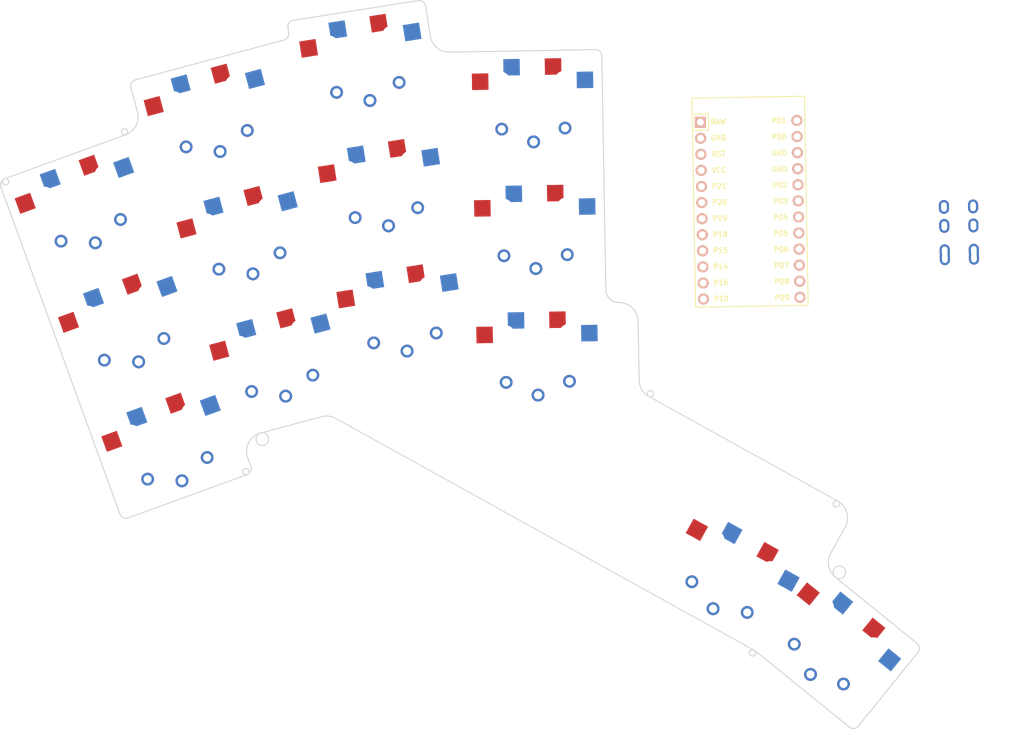
<source format=kicad_pcb>
(kicad_pcb (version 20221018) (generator pcbnew)
  (title_block (title "architeuthis_dux") (rev "v1.0.0") (company "Unknown"))
  (layers (0 "F.Cu" signal) (31 "B.Cu" signal) (34 "B.Paste" user) (35 "F.Paste" user) (36 "B.SilkS" user "B.Silkscreen") (37 "F.SilkS" user "F.Silkscreen") (38 "B.Mask" user) (39 "F.Mask" user) (44 "Edge.Cuts" user))
  (net 0 "")
  (net 1 "=column_net")
  (net 2 "GND")
  (net 3 "RAW")
  (net 4 "RST")
  (net 5 "VCC")
  (net 6 "P21")
  (net 7 "P20")
  (net 8 "P19")
  (net 9 "P18")
  (net 10 "P15")
  (net 11 "P14")
  (net 12 "P16")
  (net 13 "P10")
  (net 14 "P1")
  (net 15 "P0")
  (net 16 "P2")
  (net 17 "P3")
  (net 18 "P4")
  (net 19 "P5")
  (net 20 "P6")
  (net 21 "P7")
  (net 22 "P8")
  (net 23 "P9")
  (footprint "PG1350" (layer "F.Cu") (at 113.435066 62.9354 -179)
    (fp_text reference "S25" hide)
    (fp_text value "" hide)
    (pad "" np_thru_hole circle (at -5.5 0) (size 1.7018 1.7018) (drill 1.7018) (layers "*.Cu" "*.Mask"))
    (pad "" np_thru_hole circle (at 0 0) (size 3.429 3.429) (drill 3.429) (layers "*.Cu" "*.Mask"))
    (pad "" np_thru_hole circle (at 5.5 0) (size 1.7018 1.7018) (drill 1.7018) (layers "*.Cu" "*.Mask"))
    (pad "1" thru_hole circle (at -5 -3.8) (size 2.032 2.032) (drill 1.27) (layers "*.Cu" "*.Mask") (net 1 "=column_net"))
    (pad "1" thru_hole circle (at 5 -3.8) (size 2.032 2.032) (drill 1.27) (layers "*.Cu" "*.Mask") (net 1 "=column_net"))
    (pad "2" thru_hole circle (at 0 -5.9) (size 2.032 2.032) (drill 1.27) (layers "*.Cu" "*.Mask") (net 2 "GND"))
    (pad "2" thru_hole circle (at 0 -5.9) (size 2.032 2.032) (drill 1.27) (layers "*.Cu" "*.Mask") (net 2 "GND"))
  )
  (footprint "PG1350" (layer "F.Cu") (at 92.276222 76.046713 -171)
    (fp_text reference "S21" hide)
    (fp_text value "" hide)
    (pad "" np_thru_hole circle (at -5.5 0) (size 1.7018 1.7018) (drill 1.7018) (layers "*.Cu" "*.Mask"))
    (pad "" np_thru_hole circle (at 0 0) (size 3.429 3.429) (drill 3.429) (layers "*.Cu" "*.Mask"))
    (pad "" np_thru_hole circle (at 5.5 0) (size 1.7018 1.7018) (drill 1.7018) (layers "*.Cu" "*.Mask"))
    (pad "1" thru_hole circle (at -5 -3.8) (size 2.032 2.032) (drill 1.27) (layers "*.Cu" "*.Mask") (net 1 "=column_net"))
    (pad "1" thru_hole circle (at 5 -3.8) (size 2.032 2.032) (drill 1.27) (layers "*.Cu" "*.Mask") (net 1 "=column_net"))
    (pad "2" thru_hole circle (at 0 -5.9) (size 2.032 2.032) (drill 1.27) (layers "*.Cu" "*.Mask") (net 2 "GND"))
    (pad "2" thru_hole circle (at 0 -5.9) (size 2.032 2.032) (drill 1.27) (layers "*.Cu" "*.Mask") (net 2 "GND"))
  )
  (footprint "PG1350" (layer "F.Cu") (at 89.345071 56.261659 -171)
    (fp_text reference "S22" hide)
    (fp_text value "" hide)
    (pad "" np_thru_hole circle (at -5.5 0) (size 1.7018 1.7018) (drill 1.7018) (layers "*.Cu" "*.Mask"))
    (pad "" np_thru_hole circle (at 0 0) (size 3.429 3.429) (drill 3.429) (layers "*.Cu" "*.Mask"))
    (pad "" np_thru_hole circle (at 5.5 0) (size 1.7018 1.7018) (drill 1.7018) (layers "*.Cu" "*.Mask"))
    (pad "1" thru_hole circle (at -5 -3.8) (size 2.032 2.032) (drill 1.27) (layers "*.Cu" "*.Mask") (net 1 "=column_net"))
    (pad "1" thru_hole circle (at 5 -3.8) (size 2.032 2.032) (drill 1.27) (layers "*.Cu" "*.Mask") (net 1 "=column_net"))
    (pad "2" thru_hole circle (at 0 -5.9) (size 2.032 2.032) (drill 1.27) (layers "*.Cu" "*.Mask") (net 2 "GND"))
    (pad "2" thru_hole circle (at 0 -5.9) (size 2.032 2.032) (drill 1.27) (layers "*.Cu" "*.Mask") (net 2 "GND"))
  )
  (footprint "PG1350" (layer "F.Cu") (at 41.947951 59.231867 20)
    (fp_text reference "S3" hide)
    (fp_text value "" hide)
    (pad "" np_thru_hole circle (at -5.5 0) (size 1.7018 1.7018) (drill 1.7018) (layers "*.Cu" "*.Mask"))
    (pad "" np_thru_hole circle (at -5 -3.75) (size 3 3) (drill 3) (layers "*.Cu" "*.Mask"))
    (pad "" np_thru_hole circle (at 0 -5.95) (size 3 3) (drill 3) (layers "*.Cu" "*.Mask"))
    (pad "" np_thru_hole circle (at 0 -5.95) (size 3 3) (drill 3) (layers "*.Cu" "*.Mask"))
    (pad "" np_thru_hole circle (at 0 0) (size 3.429 3.429) (drill 3.429) (layers "*.Cu" "*.Mask"))
    (pad "" np_thru_hole circle (at 5 -3.75) (size 3 3) (drill 3) (layers "*.Cu" "*.Mask"))
    (pad "" np_thru_hole circle (at 5.5 0) (size 1.7018 1.7018) (drill 1.7018) (layers "*.Cu" "*.Mask"))
    (pad "1" smd rect (at -3.275 -5.95 20) (size 2.6 2.6) (layers "B.Cu" "B.Paste" "B.Mask") (net 1 "=column_net"))
    (pad "1" smd rect (at 3.275 -5.95 20) (size 2.6 2.6) (layers "F.Cu" "F.Paste" "F.Mask") (net 1 "=column_net"))
    (pad "2" smd rect (at -8.275 -3.75 20) (size 2.6 2.6) (layers "F.Cu" "F.Paste" "F.Mask") (net 2 "GND"))
    (pad "2" smd rect (at 8.275 -3.75 20) (size 2.6 2.6) (layers "B.Cu" "B.Paste" "B.Mask") (net 2 "GND"))
  )
  (footprint "PG1350" (layer "F.Cu") (at 72.503194 83.297376 15)
    (fp_text reference "S4" hide)
    (fp_text value "" hide)
    (pad "" np_thru_hole circle (at -5.5 0) (size 1.7018 1.7018) (drill 1.7018) (layers "*.Cu" "*.Mask"))
    (pad "" np_thru_hole circle (at -5 -3.75) (size 3 3) (drill 3) (layers "*.Cu" "*.Mask"))
    (pad "" np_thru_hole circle (at 0 -5.95) (size 3 3) (drill 3) (layers "*.Cu" "*.Mask"))
    (pad "" np_thru_hole circle (at 0 -5.95) (size 3 3) (drill 3) (layers "*.Cu" "*.Mask"))
    (pad "" np_thru_hole circle (at 0 0) (size 3.429 3.429) (drill 3.429) (layers "*.Cu" "*.Mask"))
    (pad "" np_thru_hole circle (at 5 -3.75) (size 3 3) (drill 3) (layers "*.Cu" "*.Mask"))
    (pad "" np_thru_hole circle (at 5.5 0) (size 1.7018 1.7018) (drill 1.7018) (layers "*.Cu" "*.Mask"))
    (pad "1" smd rect (at -3.275 -5.95 15) (size 2.6 2.6) (layers "B.Cu" "B.Paste" "B.Mask") (net 1 "=column_net"))
    (pad "1" smd rect (at 3.275 -5.95 15) (size 2.6 2.6) (layers "F.Cu" "F.Paste" "F.Mask") (net 1 "=column_net"))
    (pad "2" smd rect (at -8.275 -3.75 15) (size 2.6 2.6) (layers "F.Cu" "F.Paste" "F.Mask") (net 2 "GND"))
    (pad "2" smd rect (at 8.275 -3.75 15) (size 2.6 2.6) (layers "B.Cu" "B.Paste" "B.Mask") (net 2 "GND"))
  )
  (footprint "PG1350" (layer "F.Cu") (at 62.150432 44.660343 15)
    (fp_text reference "S6" hide)
    (fp_text value "" hide)
    (pad "" np_thru_hole circle (at -5.5 0) (size 1.7018 1.7018) (drill 1.7018) (layers "*.Cu" "*.Mask"))
    (pad "" np_thru_hole circle (at -5 -3.75) (size 3 3) (drill 3) (layers "*.Cu" "*.Mask"))
    (pad "" np_thru_hole circle (at 0 -5.95) (size 3 3) (drill 3) (layers "*.Cu" "*.Mask"))
    (pad "" np_thru_hole circle (at 0 -5.95) (size 3 3) (drill 3) (layers "*.Cu" "*.Mask"))
    (pad "" np_thru_hole circle (at 0 0) (size 3.429 3.429) (drill 3.429) (layers "*.Cu" "*.Mask"))
    (pad "" np_thru_hole circle (at 5 -3.75) (size 3 3) (drill 3) (layers "*.Cu" "*.Mask"))
    (pad "" np_thru_hole circle (at 5.5 0) (size 1.7018 1.7018) (drill 1.7018) (layers "*.Cu" "*.Mask"))
    (pad "1" smd rect (at -3.275 -5.95 15) (size 2.6 2.6) (layers "B.Cu" "B.Paste" "B.Mask") (net 1 "=column_net"))
    (pad "1" smd rect (at 3.275 -5.95 15) (size 2.6 2.6) (layers "F.Cu" "F.Paste" "F.Mask") (net 1 "=column_net"))
    (pad "2" smd rect (at -8.275 -3.75 15) (size 2.6 2.6) (layers "F.Cu" "F.Paste" "F.Mask") (net 2 "GND"))
    (pad "2" smd rect (at 8.275 -3.75 15) (size 2.6 2.6) (layers "B.Cu" "B.Paste" "B.Mask") (net 2 "GND"))
  )
  (footprint "PG1350" (layer "F.Cu") (at 48.788354 78.025719 -160)
    (fp_text reference "S16" hide)
    (fp_text value "" hide)
    (pad "" np_thru_hole circle (at -5.5 0) (size 1.7018 1.7018) (drill 1.7018) (layers "*.Cu" "*.Mask"))
    (pad "" np_thru_hole circle (at 0 0) (size 3.429 3.429) (drill 3.429) (layers "*.Cu" "*.Mask"))
    (pad "" np_thru_hole circle (at 5.5 0) (size 1.7018 1.7018) (drill 1.7018) (layers "*.Cu" "*.Mask"))
    (pad "1" thru_hole circle (at -5 -3.8) (size 2.032 2.032) (drill 1.27) (layers "*.Cu" "*.Mask") (net 1 "=column_net"))
    (pad "1" thru_hole circle (at 5 -3.8) (size 2.032 2.032) (drill 1.27) (layers "*.Cu" "*.Mask") (net 1 "=column_net"))
    (pad "2" thru_hole circle (at 0 -5.9) (size 2.032 2.032) (drill 1.27) (layers "*.Cu" "*.Mask") (net 2 "GND"))
    (pad "2" thru_hole circle (at 0 -5.9) (size 2.032 2.032) (drill 1.27) (layers "*.Cu" "*.Mask") (net 2 "GND"))
  )
  (footprint "PG1350" (layer "F.Cu") (at 86.413919 36.476605 -171)
    (fp_text reference "S23" hide)
    (fp_text value "" hide)
    (pad "" np_thru_hole circle (at -5.5 0) (size 1.7018 1.7018) (drill 1.7018) (layers "*.Cu" "*.Mask"))
    (pad "" np_thru_hole circle (at 0 0) (size 3.429 3.429) (drill 3.429) (layers "*.Cu" "*.Mask"))
    (pad "" np_thru_hole circle (at 5.5 0) (size 1.7018 1.7018) (drill 1.7018) (layers "*.Cu" "*.Mask"))
    (pad "1" thru_hole circle (at -5 -3.8) (size 2.032 2.032) (drill 1.27) (layers "*.Cu" "*.Mask") (net 1 "=column_net"))
    (pad "1" thru_hole circle (at 5 -3.8) (size 2.032 2.032) (drill 1.27) (layers "*.Cu" "*.Mask") (net 1 "=column_net"))
    (pad "2" thru_hole circle (at 0 -5.9) (size 2.032 2.032) (drill 1.27) (layers "*.Cu" "*.Mask") (net 2 "GND"))
    (pad "2" thru_hole circle (at 0 -5.9) (size 2.032 2.032) (drill 1.27) (layers "*.Cu" "*.Mask") (net 2 "GND"))
  )
  (footprint "PG1350" (layer "F.Cu") (at 55.628757 96.819571 20)
    (fp_text reference "S1" hide)
    (fp_text value "" hide)
    (pad "" np_thru_hole circle (at -5.5 0) (size 1.7018 1.7018) (drill 1.7018) (layers "*.Cu" "*.Mask"))
    (pad "" np_thru_hole circle (at -5 -3.75) (size 3 3) (drill 3) (layers "*.Cu" "*.Mask"))
    (pad "" np_thru_hole circle (at 0 -5.95) (size 3 3) (drill 3) (layers "*.Cu" "*.Mask"))
    (pad "" np_thru_hole circle (at 0 -5.95) (size 3 3) (drill 3) (layers "*.Cu" "*.Mask"))
    (pad "" np_thru_hole circle (at 0 0) (size 3.429 3.429) (drill 3.429) (layers "*.Cu" "*.Mask"))
    (pad "" np_thru_hole circle (at 5 -3.75) (size 3 3) (drill 3) (layers "*.Cu" "*.Mask"))
    (pad "" np_thru_hole circle (at 5.5 0) (size 1.7018 1.7018) (drill 1.7018) (layers "*.Cu" "*.Mask"))
    (pad "1" smd rect (at -3.275 -5.95 20) (size 2.6 2.6) (layers "B.Cu" "B.Paste" "B.Mask") (net 1 "=column_net"))
    (pad "1" smd rect (at 3.275 -5.95 20) (size 2.6 2.6) (layers "F.Cu" "F.Paste" "F.Mask") (net 1 "=column_net"))
    (pad "2" smd rect (at -8.275 -3.75 20) (size 2.6 2.6) (layers "F.Cu" "F.Paste" "F.Mask") (net 2 "GND"))
    (pad "2" smd rect (at 8.275 -3.75 20) (size 2.6 2.6) (layers "B.Cu" "B.Paste" "B.Mask") (net 2 "GND"))
  )
  (footprint "PG1350" (layer "F.Cu") (at 62.150432 44.660343 -165)
    (fp_text reference "S20" hide)
    (fp_text value "" hide)
    (pad "" np_thru_hole circle (at -5.5 0) (size 1.7018 1.7018) (drill 1.7018) (layers "*.Cu" "*.Mask"))
    (pad "" np_thru_hole circle (at 0 0) (size 3.429 3.429) (drill 3.429) (layers "*.Cu" "*.Mask"))
    (pad "" np_thru_hole circle (at 5.5 0) (size 1.7018 1.7018) (drill 1.7018) (layers "*.Cu" "*.Mask"))
    (pad "1" thru_hole circle (at -5 -3.8) (size 2.032 2.032) (drill 1.27) (layers "*.Cu" "*.Mask") (net 1 "=column_net"))
    (pad "1" thru_hole circle (at 5 -3.8) (size 2.032 2.032) (drill 1.27) (layers "*.Cu" "*.Mask") (net 1 "=column_net"))
    (pad "2" thru_hole circle (at 0 -5.9) (size 2.032 2.032) (drill 1.27) (layers "*.Cu" "*.Mask") (net 2 "GND"))
    (pad "2" thru_hole circle (at 0 -5.9) (size 2.032 2.032) (drill 1.27) (layers "*.Cu" "*.Mask") (net 2 "GND"))
  )
  (footprint "PG1350" (layer "F.Cu") (at 67.326813 63.978859 15)
    (fp_text reference "S5" hide)
    (fp_text value "" hide)
    (pad "" np_thru_hole circle (at -5.5 0) (size 1.7018 1.7018) (drill 1.7018) (layers "*.Cu" "*.Mask"))
    (pad "" np_thru_hole circle (at -5 -3.75) (size 3 3) (drill 3) (layers "*.Cu" "*.Mask"))
    (pad "" np_thru_hole circle (at 0 -5.95) (size 3 3) (drill 3) (layers "*.Cu" "*.Mask"))
    (pad "" np_thru_hole circle (at 0 -5.95) (size 3 3) (drill 3) (layers "*.Cu" "*.Mask"))
    (pad "" np_thru_hole circle (at 0 0) (size 3.429 3.429) (drill 3.429) (layers "*.Cu" "*.Mask"))
    (pad "" np_thru_hole circle (at 5 -3.75) (size 3 3) (drill 3) (layers "*.Cu" "*.Mask"))
    (pad "" np_thru_hole circle (at 5.5 0) (size 1.7018 1.7018) (drill 1.7018) (layers "*.Cu" "*.Mask"))
    (pad "1" smd rect (at -3.275 -5.95 15) (size 2.6 2.6) (layers "B.Cu" "B.Paste" "B.Mask") (net 1 "=column_net"))
    (pad "1" smd rect (at 3.275 -5.95 15) (size 2.6 2.6) (layers "F.Cu" "F.Paste" "F.Mask") (net 1 "=column_net"))
    (pad "2" smd rect (at -8.275 -3.75 15) (size 2.6 2.6) (layers "F.Cu" "F.Paste" "F.Mask") (net 2 "GND"))
    (pad "2" smd rect (at 8.275 -3.75 15) (size 2.6 2.6) (layers "B.Cu" "B.Paste" "B.Mask") (net 2 "GND"))
  )
  (footprint "PG1350" (layer "F.Cu") (at 113.784114 82.932354 -179)
    (fp_text reference "S24" hide)
    (fp_text value "" hide)
    (pad "" np_thru_hole circle (at -5.5 0) (size 1.7018 1.7018) (drill 1.7018) (layers "*.Cu" "*.Mask"))
    (pad "" np_thru_hole circle (at 0 0) (size 3.429 3.429) (drill 3.429) (layers "*.Cu" "*.Mask"))
    (pad "" np_thru_hole circle (at 5.5 0) (size 1.7018 1.7018) (drill 1.7018) (layers "*.Cu" "*.Mask"))
    (pad "1" thru_hole circle (at -5 -3.8) (size 2.032 2.032) (drill 1.27) (layers "*.Cu" "*.Mask") (net 1 "=column_net"))
    (pad "1" thru_hole circle (at 5 -3.8) (size 2.032 2.032) (drill 1.27) (layers "*.Cu" "*.Mask") (net 1 "=column_net"))
    (pad "2" thru_hole circle (at 0 -5.9) (size 2.032 2.032) (drill 1.27) (layers "*.Cu" "*.Mask") (net 2 "GND"))
    (pad "2" thru_hole circle (at 0 -5.9) (size 2.032 2.032) (drill 1.27) (layers "*.Cu" "*.Mask") (net 2 "GND"))
  )
  (footprint "PG1350" (layer "F.Cu") (at 72.503194 83.297376 -165)
    (fp_text reference "S18" hide)
    (fp_text value "" hide)
    (pad "" np_thru_hole circle (at -5.5 0) (size 1.7018 1.7018) (drill 1.7018) (layers "*.Cu" "*.Mask"))
    (pad "" np_thru_hole circle (at 0 0) (size 3.429 3.429) (drill 3.429) (layers "*.Cu" "*.Mask"))
    (pad "" np_thru_hole circle (at 5.5 0) (size 1.7018 1.7018) (drill 1.7018) (layers "*.Cu" "*.Mask"))
    (pad "1" thru_hole circle (at -5 -3.8) (size 2.032 2.032) (drill 1.27) (layers "*.Cu" "*.Mask") (net 1 "=column_net"))
    (pad "1" thru_hole circle (at 5 -3.8) (size 2.032 2.032) (drill 1.27) (layers "*.Cu" "*.Mask") (net 1 "=column_net"))
    (pad "2" thru_hole circle (at 0 -5.9) (size 2.032 2.032) (drill 1.27) (layers "*.Cu" "*.Mask") (net 2 "GND"))
    (pad "2" thru_hole circle (at 0 -5.9) (size 2.032 2.032) (drill 1.27) (layers "*.Cu" "*.Mask") (net 2 "GND"))
  )
  (footprint "PG1350" (layer "F.Cu") (at 86.413919 36.476605 9)
    (fp_text reference "S9" hide)
    (fp_text value "" hide)
    (pad "" np_thru_hole circle (at -5.5 0) (size 1.7018 1.7018) (drill 1.7018) (layers "*.Cu" "*.Mask"))
    (pad "" np_thru_hole circle (at -5 -3.75) (size 3 3) (drill 3) (layers "*.Cu" "*.Mask"))
    (pad "" np_thru_hole circle (at 0 -5.95) (size 3 3) (drill 3) (layers "*.Cu" "*.Mask"))
    (pad "" np_thru_hole circle (at 0 -5.95) (size 3 3) (drill 3) (layers "*.Cu" "*.Mask"))
    (pad "" np_thru_hole circle (at 0 0) (size 3.429 3.429) (drill 3.429) (layers "*.Cu" "*.Mask"))
    (pad "" np_thru_hole circle (at 5 -3.75) (size 3 3) (drill 3) (layers "*.Cu" "*.Mask"))
    (pad "" np_thru_hole circle (at 5.5 0) (size 1.7018 1.7018) (drill 1.7018) (layers "*.Cu" "*.Mask"))
    (pad "1" smd rect (at -3.275 -5.95 9) (size 2.6 2.6) (layers "B.Cu" "B.Paste" "B.Mask") (net 1 "=column_net"))
    (pad "1" smd rect (at 3.275 -5.95 9) (size 2.6 2.6) (layers "F.Cu" "F.Paste" "F.Mask") (net 1 "=column_net"))
    (pad "2" smd rect (at -8.275 -3.75 9) (size 2.6 2.6) (layers "F.Cu" "F.Paste" "F.Mask") (net 2 "GND"))
    (pad "2" smd rect (at 8.275 -3.75 9) (size 2.6 2.6) (layers "B.Cu" "B.Paste" "B.Mask") (net 2 "GND"))
  )
  (footprint "ProMicro" (layer "F.Cu") (at 147.385333 59.556432 -89)
    (fp_text reference "MCU1" hide)
    (fp_text value "" hide)
    (fp_text user "RST" (at -8.89 4.8 1) (layer "F.SilkS") (effects (font (size 0.8 0.8))))
    (fp_text user "GND" (at -8.89 -4.8 1) (layer "F.SilkS") (effects (font (size 0.8 0.8))))
    (fp_text user "P02" (at -3.81 -4.8 1) (layer "F.SilkS") (effects (font (size 0.8 0.8))))
    (fp_text user "P18" (at 3.81 4.8 1) (layer "F.SilkS") (effects (font (size 0.8 0.8))))
    (fp_text user "P06" (at 6.35 -4.8 1) (layer "F.SilkS") (effects (font (size 0.8 0.8))))
    (fp_text user "P15" (at 6.35 4.8 1) (layer "F.SilkS") (effects (font (size 0.8 0.8))))
    (fp_text user "P01" (at -13.97 -4.8 1) (layer "F.SilkS") (effects (font (size 0.8 0.8))))
    (fp_text user "P19" (at 1.27 4.8 1) (layer "F.SilkS") (effects (font (size 0.8 0.8))))
    (fp_text user "P21" (at -3.81 4.8 1) (layer "F.SilkS") (effects (font (size 0.8 0.8))))
    (fp_text user "P16" (at 11.43 4.8 1) (layer "F.SilkS") (effects (font (size 0.8 0.8))))
    (fp_text user "GND" (at -11.43 4.8 1) (layer "F.SilkS") (effects (font (size 0.8 0.8))))
    (fp_text user "P05" (at 3.81 -4.8 1) (layer "F.SilkS") (effects (font (size 0.8 0.8))))
    (fp_text user "P03" (at -1.27 -4.8 1) (layer "F.SilkS") (effects (font (size 0.8 0.8))))
    (fp_text user "P04" (at 1.27 -4.8 1) (layer "F.SilkS") (effects (font (size 0.8 0.8))))
    (fp_text user "P00" (at -11.43 -4.8 1) (layer "F.SilkS") (effects (font (size 0.8 0.8))))
    (fp_text user "RAW" (at -13.97 4.8 1) (layer "F.SilkS") (effects (font (size 0.8 0.8))))
    (fp_text user "P09" (at 13.97 -4.8 1) (layer "F.SilkS") (effects (font (size 0.8 0.8))))
    (fp_text user "P10" (at 13.97 4.8 1) (layer "F.SilkS") (effects (font (size 0.8 0.8))))
    (fp_text user "P14" (at 8.89 4.8 1) (layer "F.SilkS") (effects (font (size 0.8 0.8))))
    (fp_text user "P07" (at 8.89 -4.8 1) (layer "F.SilkS") (effects (font (size 0.8 0.8))))
    (fp_text user "GND" (at -6.35 -4.8 1) (layer "F.SilkS") (effects (font (size 0.8 0.8))))
    (fp_text user "VCC" (at -6.35 4.8 1) (layer "F.SilkS") (effects (font (size 0.8 0.8))))
    (fp_text user "P08" (at 11.43 -4.8 1) (layer "F.SilkS") (effects (font (size 0.8 0.8))))
    (fp_text user "P20" (at -1.27 4.8 1) (layer "F.SilkS") (effects (font (size 0.8 0.8))))
    (fp_line (start -17.78 -8.89) (end -17.78 8.89) (stroke (width 0.15)) (layer "F.SilkS"))
    (fp_line (start -17.78 8.89) (end 15.24 8.89) (stroke (width 0.15)) (layer "F.SilkS"))
    (fp_line (start -15.24 6.35) (end -15.24 8.89) (stroke (width 0.15)) (layer "F.SilkS"))
    (fp_line (start -15.24 6.35) (end -12.7 6.35) (stroke (width 0.15)) (layer "F.SilkS"))
    (fp_line (start -12.7 6.35) (end -12.7 8.89) (stroke (width 0.15)) (layer "F.SilkS"))
    (fp_line (start 15.24 -8.89) (end -17.78 -8.89) (stroke (width 0.15)) (layer "F.SilkS"))
    (fp_line (start 15.24 8.89) (end 15.24 -8.89) (stroke (width 0.15)) (layer "F.SilkS"))
    (pad "1" thru_hole rect (at -13.97 7.62 271) (size 1.7526 1.7526) (drill 1.0922) (layers "*.Cu" "*.SilkS" "*.Mask") (net 3 "RAW"))
    (pad "2" thru_hole circle (at -11.43 7.62) (size 1.7526 1.7526) (drill 1.0922) (layers "*.Cu" "*.SilkS" "*.Mask") (net 2 "GND"))
    (pad "3" thru_hole circle (at -8.89 7.62) (size 1.7526 1.7526) (drill 1.0922) (layers "*.Cu" "*.SilkS" "*.Mask") (net 4 "RST"))
    (pad "4" thru_hole circle (at -6.35 7.62) (size 1.7526 1.7526) (drill 1.0922) (layers "*.Cu" "*.SilkS" "*.Mask") (net 5 "VCC"))
    (pad "5" thru_hole circle (at -3.81 7.62) (size 1.7526 1.7526) (drill 1.0922) (layers "*.Cu" "*.SilkS" "*.Mask") (net 6 "P21"))
    (pad "6" thru_hole circle (at -1.27 7.62) (size 1.7526 1.7526) (drill 1.0922) (layers "*.Cu" "*.SilkS" "*.Mask") (net 7 "P20"))
    (pad "7" thru_hole circle (at 1.27 7.62) (size 1.7526 1.7526) (drill 1.0922) (layers "*.Cu" "*.SilkS" "*.Mask") (net 8 "P19"))
    (pad "8" thru_hole circle (at 3.81 7.62) (size 1.7526 1.7526) (drill 1.0922) (layers "*.Cu" "*.SilkS" "*.Mask") (net 9 "P18"))
    (pad "9" thru_hole circle (at 6.35 7.62) (size 1.7526 1.7526) (drill 1.0922) (layers "*.Cu" "*.SilkS" "*.Mask") (net 10 "P15"))
    (pad "10" thru_hole circle (at 8.89 7.62) (size 1.7526 1.7526) (drill 1.0922) (layers "*.Cu" "*.SilkS" "*.Mask") (net 11 "P14"))
    (pad "11" thru_hole circle (at 11.43 7.62) (size 1.7526 1.7526) (drill 1.0922) (layers "*.Cu" "*.SilkS" "*.Mask") (net 12 "P16"))
    (pad "12" thru_hole circle (at 13.97 7.62) (size 1.7526 1.7526) (drill 1.0922) (layers "*.Cu" "*.SilkS" "*.Mask") (net 13 "P10"))
    (pad "13" thru_hole circle (at -13.97 -7.62) (size 1.7526 1.7526) (drill 1.0922) (layers "*.Cu" "*.SilkS" "*.Mask") (net 14 "P1"))
    (pad "14" thru_hole circle (at -11.43 -7.62) (size 1.7526 1.7526) (drill 1.0922) (layers "*.Cu" "*.SilkS" "*.Mask") (net 15 "P0"))
    (pad "15" thru_hole circle (at -8.89 -7.62) (size 1.7526 1.7526) (drill 1.0922) (layers "*.Cu" "*.SilkS" "*.Mask") (net 2 "GND"))
    (pad "16" thru_hole circle (at -6.35 -7.62) (size 1.7526 1.7526) (drill 1.0922) (layers "*.Cu" "*.SilkS" "*.Mask") (net 2 "GND"))
    (pad "17" thru_hole circle (at -3.81 -7.62) (size 1.7526 1.7526) (drill 1.0922) (layers "*.Cu" "*.SilkS" "*.Mask") (net 16 "P2"))
    (pad "18" thru_hole circle (at -1.27 -7.62) (size 1.7526 1.7526) (drill 1.0922) (layers "*.Cu" "*.SilkS" "*.Mask") (net 17 "P3"))
    (pad "19" thru_hole circle (at 1.27 -7.62) (size 1.7526 1.7526) (drill 1.0922) (layers "*.Cu" "*.SilkS" "*.Mask") (net 18 "P4"))
    (pad "20" thru_hole circle (at 3.81 -7.62) (size 1.7526 1.7526) (drill 1.0922) (layers "*.Cu" "*.SilkS" "*.Mask") (net 19 "P5"))
    (pad "21" thru_hole circle (at 6.35 -7.62) (size 1.7526 1.7526) (drill 1.0922) (layers "*.Cu" "*.SilkS" "*.Mask") (net 20 "P6"))
    (pad "22" thru_hole circle (at 8.89 -7.62) (size 1.7526 1.7526) (drill 1.0922) (layers "*.Cu" "*.SilkS" "*.Mask") (net 21 "P7"))
    (pad "23" thru_hole circle (at 11.43 -7.62) (size 1.7526 1.7526) (drill 1.0922) (layers "*.Cu" "*.SilkS" "*.Mask") (net 22 "P8"))
    (pad "24" thru_hole circle (at 13.97 -7.62) (size 1.7526 1.7526) (drill 1.0922) (layers "*.Cu" "*.SilkS" "*.Mask") (net 23 "P9"))
  )
  (footprint "PG1350" (layer "F.Cu") (at 113.086018 42.938446 1)
    (fp_text reference "S12" hide)
    (fp_text value "" hide)
    (pad "" np_thru_hole circle (at -5.5 0) (size 1.7018 1.7018) (drill 1.7018) (layers "*.Cu" "*.Mask"))
    (pad "" np_thru_hole circle (at -5 -3.75) (size 3 3) (drill 3) (layers "*.Cu" "*.Mask"))
    (pad "" np_thru_hole circle (at 0 -5.95) (size 3 3) (drill 3) (layers "*.Cu" "*.Mask"))
    (pad "" np_thru_hole circle (at 0 -5.95) (size 3 3) (drill 3) (layers "*.Cu" "*.Mask"))
    (pad "" np_thru_hole circle (at 0 0) (size 3.429 3.429) (drill 3.429) (layers "*.Cu" "*.Mask"))
    (pad "" np_thru_hole circle (at 5 -3.75) (size 3 3) (drill 3) (layers "*.Cu" "*.Mask"))
    (pad "" np_thru_hole circle (at 5.5 0) (size 1.7018 1.7018) (drill 1.7018) (layers "*.Cu" "*.Mask"))
    (pad "1" smd rect (at -3.275 -5.95 1) (size 2.6 2.6) (layers "B.Cu" "B.Paste" "B.Mask") (net 1 "=column_net"))
    (pad "1" smd rect (at 3.275 -5.95 1) (size 2.6 2.6) (layers "F.Cu" "F.Paste" "F.Mask") (net 1 "=column_net"))
    (pad "2" smd rect (at -8.275 -3.75 1) (size 2.6 2.6) (layers "F.Cu" "F.Paste" "F.Mask") (net 2 "GND"))
    (pad "2" smd rect (at 8.275 -3.75 1) (size 2.6 2.6) (layers "B.Cu" "B.Paste" "B.Mask") (net 2 "GND"))
  )
  (footprint "PG1350" (layer "F.Cu") (at 144.390379 117.403451 151)
    (fp_text reference "S27" hide)
    (fp_text value "" hide)
    (pad "" np_thru_hole circle (at -5.5 0) (size 1.7018 1.7018) (drill 1.7018) (layers "*.Cu" "*.Mask"))
    (pad "" np_thru_hole circle (at 0 0) (size 3.429 3.429) (drill 3.429) (layers "*.Cu" "*.Mask"))
    (pad "" np_thru_hole circle (at 5.5 0) (size 1.7018 1.7018) (drill 1.7018) (layers "*.Cu" "*.Mask"))
    (pad "1" thru_hole circle (at -5 -3.8) (size 2.032 2.032) (drill 1.27) (layers "*.Cu" "*.Mask") (net 1 "=column_net"))
    (pad "1" thru_hole circle (at 5 -3.8) (size 2.032 2.032) (drill 1.27) (layers "*.Cu" "*.Mask") (net 1 "=column_net"))
    (pad "2" thru_hole circle (at 0 -5.9) (size 2.032 2.032) (drill 1.27) (layers "*.Cu" "*.Mask") (net 2 "GND"))
    (pad "2" thru_hole circle (at 0 -5.9) (size 2.032 2.032) (drill 1.27) (layers "*.Cu" "*.Mask") (net 2 "GND"))
  )
  (footprint "PG1350" (layer "F.Cu") (at 92.276222 76.046713 9)
    (fp_text reference "S7" hide)
    (fp_text value "" hide)
    (pad "" np_thru_hole circle (at -5.5 0) (size 1.7018 1.7018) (drill 1.7018) (layers "*.Cu" "*.Mask"))
    (pad "" np_thru_hole circle (at -5 -3.75) (size 3 3) (drill 3) (layers "*.Cu" "*.Mask"))
    (pad "" np_thru_hole circle (at 0 -5.95) (size 3 3) (drill 3) (layers "*.Cu" "*.Mask"))
    (pad "" np_thru_hole circle (at 0 -5.95) (size 3 3) (drill 3) (layers "*.Cu" "*.Mask"))
    (pad "" np_thru_hole circle (at 0 0) (size 3.429 3.429) (drill 3.429) (layers "*.Cu" "*.Mask"))
    (pad "" np_thru_hole circle (at 5 -3.75) (size 3 3) (drill 3) (layers "*.Cu" "*.Mask"))
    (pad "" np_thru_hole circle (at 5.5 0) (size 1.7018 1.7018) (drill 1.7018) (layers "*.Cu" "*.Mask"))
    (pad "1" smd rect (at -3.275 -5.95 9) (size 2.6 2.6) (layers "B.Cu" "B.Paste" "B.Mask") (net 1 "=column_net"))
    (pad "1" smd rect (at 3.275 -5.95 9) (size 2.6 2.6) (layers "F.Cu" "F.Paste" "F.Mask") (net 1 "=column_net"))
    (pad "2" smd rect (at -8.275 -3.75 9) (size 2.6 2.6) (layers "F.Cu" "F.Paste" "F.Mask") (net 2 "GND"))
    (pad "2" smd rect (at 8.275 -3.75 9) (size 2.6 2.6) (layers "B.Cu" "B.Paste" "B.Mask") (net 2 "GND"))
  )
  (footprint "PG1350" (layer "F.Cu") (at 113.784114 82.932354 1)
    (fp_text reference "S10" hide)
    (fp_text value "" hide)
    (pad "" np_thru_hole circle (at -5.5 0) (size 1.7018 1.7018) (drill 1.7018) (layers "*.Cu" "*.Mask"))
    (pad "" np_thru_hole circle (at -5 -3.75) (size 3 3) (drill 3) (layers "*.Cu" "*.Mask"))
    (pad "" np_thru_hole circle (at 0 -5.95) (size 3 3) (drill 3) (layers "*.Cu" "*.Mask"))
    (pad "" np_thru_hole circle (at 0 -5.95) (size 3 3) (drill 3) (layers "*.Cu" "*.Mask"))
    (pad "" np_thru_hole circle (at 0 0) (size 3.429 3.429) (drill 3.429) (layers "*.Cu" "*.Mask"))
    (pad "" np_thru_hole circle (at 5 -3.75) (size 3 3) (drill 3) (layers "*.Cu" "*.Mask"))
    (pad "" np_thru_hole circle (at 5.5 0) (size 1.7018 1.7018) (drill 1.7018) (layers "*.Cu" "*.Mask"))
    (pad "1" smd rect (at -3.275 -5.95 1) (size 2.6 2.6) (layers "B.Cu" "B.Paste" "B.Mask") (net 1 "=column_net"))
    (pad "1" smd rect (at 3.275 -5.95 1) (size 2.6 2.6) (layers "F.Cu" "F.Paste" "F.Mask") (net 1 "=column_net"))
    (pad "2" smd rect (at -8.275 -3.75 1) (size 2.6 2.6) (layers "F.Cu" "F.Paste" "F.Mask") (net 2 "GND"))
    (pad "2" smd rect (at 8.275 -3.75 1) (size 2.6 2.6) (layers "B.Cu" "B.Paste" "B.Mask") (net 2 "GND"))
  )
  (footprint "PG1350" (layer "F.Cu") (at 113.086018 42.938446 -179)
    (fp_text reference "S26" hide)
    (fp_text value "" hide)
    (pad "" np_thru_hole circle (at -5.5 0) (size 1.7018 1.7018) (drill 1.7018) (layers "*.Cu" "*.Mask"))
    (pad "" np_thru_hole circle (at 0 0) (size 3.429 3.429) (drill 3.429) (layers "*.Cu" "*.Mask"))
    (pad "" np_thru_hole circle (at 5.5 0) (size 1.7018 1.7018) (drill 1.7018) (layers "*.Cu" "*.Mask"))
    (pad "1" thru_hole circle (at -5 -3.8) (size 2.032 2.032) (drill 1.27) (layers "*.Cu" "*.Mask") (net 1 "=column_net"))
    (pad "1" thru_hole circle (at 5 -3.8) (size 2.032 2.032) (drill 1.27) (layers "*.Cu" "*.Mask") (net 1 "=column_net"))
    (pad "2" thru_hole circle (at 0 -5.9) (size 2.032 2.032) (drill 1.27) (layers "*.Cu" "*.Mask") (net 2 "GND"))
    (pad "2" thru_hole circle (at 0 -5.9) (size 2.032 2.032) (drill 1.27) (layers "*.Cu" "*.Mask") (net 2 "GND"))
  )
  (footprint "PG1350" (layer "F.Cu") (at 89.345071 56.261659 9)
    (fp_text reference "S8" hide)
    (fp_text value "" hide)
    (pad "" np_thru_hole circle (at -5.5 0) (size 1.7018 1.7018) (drill 1.7018) (layers "*.Cu" "*.Mask"))
    (pad "" np_thru_hole circle (at -5 -3.75) (size 3 3) (drill 3) (layers "*.Cu" "*.Mask"))
    (pad "" np_thru_hole circle (at 0 -5.95) (size 3 3) (drill 3) (layers "*.Cu" "*.Mask"))
    (pad "" np_thru_hole circle (at 0 -5.95) (size 3 3) (drill 3) (layers "*.Cu" "*.Mask"))
    (pad "" np_thru_hole circle (at 0 0) (size 3.429 3.429) (drill 3.429) (layers "*.Cu" "*.Mask"))
    (pad "" np_thru_hole circle (at 5 -3.75) (size 3 3) (drill 3) (layers "*.Cu" "*.Mask"))
    (pad "" np_thru_hole circle (at 5.5 0) (size 1.7018 1.7018) (drill 1.7018) (layers "*.Cu" "*.Mask"))
    (pad "1" smd rect (at -3.275 -5.95 9) (size 2.6 2.6) (layers "B.Cu" "B.Paste" "B.Mask") (net 1 "=column_net"))
    (pad "1" smd rect (at 3.275 -5.95 9) (size 2.6 2.6) (layers "F.Cu" "F.Paste" "F.Mask") (net 1 "=column_net"))
    (pad "2" smd rect (at -8.275 -3.75 9) (size 2.6 2.6) (layers "F.Cu" "F.Paste" "F.Mask") (net 2 "GND"))
    (pad "2" smd rect (at 8.275 -3.75 9) (size 2.6 2.6) (layers "B.Cu" "B.Paste" "B.Mask") (net 2 "GND"))
  )
  (footprint "PG1350" (layer "F.Cu") (at 67.326813 63.978859 -165)
    (fp_text reference "S19" hide)
    (fp_text value "" hide)
    (pad "" np_thru_hole circle (at -5.5 0) (size 1.7018 1.7018) (drill 1.7018) (layers "*.Cu" "*.Mask"))
    (pad "" np_thru_hole circle (at 0 0) (size 3.429 3.429) (drill 3.429) (layers "*.Cu" "*.Mask"))
    (pad "" np_thru_hole circle (at 5.5 0) (size 1.7018 1.7018) (drill 1.7018) (layers "*.Cu" "*.Mask"))
    (pad "1" thru_hole circle (at -5 -3.8) (size 2.032 2.032) (drill 1.27) (layers "*.Cu" "*.Mask") (net 1 "=column_net"))
    (pad "1" thru_hole circle (at 5 -3.8) (size 2.032 2.032) (drill 1.27) (layers "*.Cu" "*.Mask") (net 1 "=column_net"))
    (pad "2" thru_hole circle (at 0 -5.9) (size 2.032 2.032) (drill 1.27) (layers "*.Cu" "*.Mask") (net 2 "GND"))
    (pad "2" thru_hole circle (at 0 -5.9) (size 2.032 2.032) (drill 1.27) (layers "*.Cu" "*.Mask") (net 2 "GND"))
  )
  (footprint "PG1350" (layer "F.Cu") (at 160.629123 128.356621 141)
    (fp_text reference "S28" hide)
    (fp_text value "" hide)
    (pad "" np_thru_hole circle (at -5.5 0) (size 1.7018 1.7018) (drill 1.7018) (layers "*.Cu" "*.Mask"))
    (pad "" np_thru_hole circle (at 0 0) (size 3.429 3.429) (drill 3.429) (layers "*.Cu" "*.Mask"))
    (pad "" np_thru_hole circle (at 5.5 0) (size 1.7018 1.7018) (drill 1.7018) (layers "*.Cu" "*.Mask"))
    (pad "1" thru_hole circle (at -5 -3.8) (size 2.032 2.032) (drill 1.27) (layers "*.Cu" "*.Mask") (net 1 "=column_net"))
    (pad "1" thru_hole circle (at 5 -3.8) (size 2.032 2.032) (drill 1.27) (layers "*.Cu" "*.Mask") (net 1 "=column_net"))
    (pad "2" thru_hole circle (at 0 -5.9) (size 2.032 2.032) (drill 1.27) (layers "*.Cu" "*.Mask") (net 2 "GND"))
    (pad "2" thru_hole circle (at 0 -5.9) (size 2.032 2.032) (drill 1.27) (layers "*.Cu" "*.Mask") (net 2 "GND"))
  )
  (footprint "PG1350" (layer "F.Cu") (at 41.947951 59.231867 -160)
    (fp_text reference "S17" hide)
    (fp_text value "" hide)
    (pad "" np_thru_hole circle (at -5.5 0) (size 1.7018 1.7018) (drill 1.7018) (layers "*.Cu" "*.Mask"))
    (pad "" np_thru_hole circle (at 0 0) (size 3.429 3.429) (drill 3.429) (layers "*.Cu" "*.Mask"))
    (pad "" np_thru_hole circle (at 5.5 0) (size 1.7018 1.7018) (drill 1.7018) (layers "*.Cu" "*.Mask"))
    (pad "1" thru_hole circle (at -5 -3.8) (size 2.032 2.032) (drill 1.27) (layers "*.Cu" "*.Mask") (net 1 "=column_net"))
    (pad "1" thru_hole circle (at 5 -3.8) (size 2.032 2.032) (drill 1.27) (layers "*.Cu" "*.Mask") (net 1 "=column_net"))
    (pad "2" thru_hole circle (at 0 -5.9) (size 2.032 2.032) (drill 1.27) (layers "*.Cu" "*.Mask") (net 2 "GND"))
    (pad "2" thru_hole circle (at 0 -5.9) (size 2.032 2.032) (drill 1.27) (layers "*.Cu" "*.Mask") (net 2 "GND"))
  )
  (footprint "PG1350" (layer "F.Cu") (at 48.788354 78.025719 20)
    (fp_text reference "S2" hide)
    (fp_text value "" hide)
    (pad "" np_thru_hole circle (at -5.5 0) (size 1.7018 1.7018) (drill 1.7018) (layers "*.Cu" "*.Mask"))
    (pad "" np_thru_hole circle (at -5 -3.75) (size 3 3) (drill 3) (layers "*.Cu" "*.Mask"))
    (pad "" np_thru_hole circle (at 0 -5.95) (size 3 3) (drill 3) (layers "*.Cu" "*.Mask"))
    (pad "" np_thru_hole circle (at 0 -5.95) (size 3 3) (drill 3) (layers "*.Cu" "*.Mask"))
    (pad "" np_thru_hole circle (at 0 0) (size 3.429 3.429) (drill 3.429) (layers "*.Cu" "*.Mask"))
    (pad "" np_thru_hole circle (at 5 -3.75) (size 3 3) (drill 3) (layers "*.Cu" "*.Mask"))
    (pad "" np_thru_hole circle (at 5.5 0) (size 1.7018 1.7018) (drill 1.7018) (layers "*.Cu" "*.Mask"))
    (pad "1" smd rect (at -3.275 -5.95 20) (size 2.6 2.6) (layers "B.Cu" "B.Paste" "B.Mask") (net 1 "=column_net"))
    (pad "1" smd rect (at 3.275 -5.95 20) (size 2.6 2.6) (layers "F.Cu" "F.Paste" "F.Mask") (net 1 "=column_net"))
    (pad "2" smd rect (at -8.275 -3.75 20) (size 2.6 2.6) (layers "F.Cu" "F.Paste" "F.Mask") (net 2 "GND"))
    (pad "2" smd rect (at 8.275 -3.75 20) (size 2.6 2.6) (layers "B.Cu" "B.Paste" "B.Mask") (net 2 "GND"))
  )
  (footprint "TRRS-PJ-320A-dual" (layer "F.Cu") (at 182.534063 55.829919 1)
    (fp_text reference "TRRS1")
    (fp_text value "TRRS-PJ-320A-dual")
    (pad "" np_thru_hole circle (at -2.3 1.6) (size 1.5 1.5) (drill 1.5) (layers "*.Cu" "*.Mask"))
    (pad "" np_thru_hole circle (at -2.3 8.6) (size 1.5 1.5) (drill 1.5) (layers "*.Cu" "*.Mask"))
    (pad "1" thru_hole oval (at -4.6 11.3 1) (size 1.6 2.2) (drill oval 0.9 1.5) (layers "*.Cu" "*.Mask") (net 2 "GND"))
    (pad "1" thru_hole oval (at 0 11.3 1) (size 1.6 2.2) (drill oval 0.9 1.5) (layers "*.Cu" "*.Mask") (net 2 "GND"))
    (pad "2" thru_hole oval (at -4.6 10.2 1) (size 1.6 2.2) (drill oval 0.9 1.5) (layers "*.Cu" "*.Mask") (net 2 "GND"))
    (pad "2" thru_hole oval (at 0 10.2 1) (size 1.6 2.2) (drill oval 0.9 1.5) (layers "*.Cu" "*.Mask") (net 2 "GND"))
    (pad "3" thru_hole oval (at -4.6 6.2 1) (size 1.6 2.2) (drill oval 0.9 1.5) (layers "*.Cu" "*.Mask") (net 16 "P2"))
    (pad "3" thru_hole oval (at 0 6.2 1) (size 1.6 2.2) (drill oval 0.9 1.5) (layers "*.Cu" "*.Mask") (net 16 "P2"))
    (pad "4" thru_hole oval (at -4.6 3.2 1) (size 1.6 2.2) (drill oval 0.9 1.5) (layers "*.Cu" "*.Mask") (net 5 "VCC"))
    (pad "4" thru_hole oval (at 0 3.2 1) (size 1.6 2.2) (drill oval 0.9 1.5) (layers "*.Cu" "*.Mask") (net 5 "VCC"))
  )
  (footprint "PG1350" (layer "F.Cu") (at 113.435066 62.9354 1)
    (fp_text reference "S11" hide)
    (fp_text value "" hide)
    (pad "" np_thru_hole circle (at -5.5 0) (size 1.7018 1.7018) (drill 1.7018) (layers "*.Cu" "*.Mask"))
    (pad "" np_thru_hole circle (at -5 -3.75) (size 3 3) (drill 3) (layers "*.Cu" "*.Mask"))
    (pad "" np_thru_hole circle (at 0 -5.95) (size 3 3) (drill 3) (layers "*.Cu" "*.Mask"))
    (pad "" np_thru_hole circle (at 0 -5.95) (size 3 3) (drill 3) (layers "*.Cu" "*.Mask"))
    (pad "" np_thru_hole circle (at 0 0) (size 3.429 3.429) (drill 3.429) (layers "*.Cu" "*.Mask"))
    (pad "" np_thru_hole circle (at 5 -3.75) (size 3 3) (drill 3) (layers "*.Cu" "*.Mask"))
    (pad "" np_thru_hole circle (at 5.5 0) (size 1.7018 1.7018) (drill 1.7018) (layers "*.Cu" "*.Mask"))
    (pad "1" smd rect (at -3.275 -5.95 1) (size 2.6 2.6) (layers "B.Cu" "B.Paste" "B.Mask") (net 1 "=column_net"))
    (pad "1" smd rect (at 3.275 -5.95 1) (size 2.6 2.6) (layers "F.Cu" "F.Paste" "F.Mask") (net 1 "=column_net"))
    (pad "2" smd rect (at -8.275 -3.75 1) (size 2.6 2.6) (layers "F.Cu" "F.Paste" "F.Mask") (net 2 "GND"))
    (pad "2" smd rect (at 8.275 -3.75 1) (size 2.6 2.6) (layers "B.Cu" "B.Paste" "B.Mask") (net 2 "GND"))
  )
  (footprint "PG1350" (layer "F.Cu") (at 144.390379 117.403451 -29)
    (fp_text reference "S13" hide)
    (fp_text value "" hide)
    (pad "" np_thru_hole circle (at -5.5 0) (size 1.7018 1.7018) (drill 1.7018) (layers "*.Cu" "*.Mask"))
    (pad "" np_thru_hole circle (at -5 -3.75) (size 3 3) (drill 3) (layers "*.Cu" "*.Mask"))
    (pad "" np_thru_hole circle (at 0 -5.95) (size 3 3) (drill 3) (layers "*.Cu" "*.Mask"))
    (pad "" np_thru_hole circle (at 0 -5.95) (size 3 3) (drill 3) (layers "*.Cu" "*.Mask"))
    (pad "" np_thru_hole circle (at 0 0) (size 3.429 3.429) (drill 3.429) (layers "*.Cu" "*.Mask"))
    (pad "" np_thru_hole circle (at 5 -3.75) (size 3 3) (drill 3) (layers "*.Cu" "*.Mask"))
    (pad "" np_thru_hole circle (at 5.5 0) (size 1.7018 1.7018) (drill 1.7018) (layers "*.Cu" "*.Mask"))
    (pad "1" smd rect (at -3.275 -5.95 331) (size 2.6 2.6) (layers "B.Cu" "B.Paste" "B.Mask") (net 1 "=column_net"))
    (pad "1" smd rect (at 3.275 -5.95 331) (size 2.6 2.6) (layers "F.Cu" "F.Paste" "F.Mask") (net 1 "=column_net"))
    (pad "2" smd rect (at -8.275 -3.75 331) (size 2.6 2.6) (layers "F.Cu" "F.Paste" "F.Mask") (net 2 "GND"))
    (pad "2" smd rect (at 8.275 -3.75 331) (size 2.6 2.6) (layers "B.Cu" "B.Paste" "B.Mask") (net 2 "GND"))
  )
  (footprint "PG1350" (layer "F.Cu") (at 160.629123 128.356621 -39)
    (fp_text reference "S14" hide)
    (fp_text value "" hide)
    (pad "" np_thru_hole circle (at -5.5 0) (size 1.7018 1.7018) (drill 1.7018) (layers "*.Cu" "*.Mask"))
    (pad "" np_thru_hole circle (at -5 -3.75) (size 3 3) (drill 3) (layers "*.Cu" "*.Mask"))
    (pad "" np_thru_hole circle (at 0 -5.95) (size 3 3) (drill 3) (layers "*.Cu" "*.Mask"))
    (pad "" np_thru_hole circle (at 0 -5.95) (size 3 3) (drill 3) (layers "*.Cu" "*.Mask"))
    (pad "" np_thru_hole circle (at 0 0) (size 3.429 3.429) (drill 3.429) (layers "*.Cu" "*.Mask"))
    (pad "" np_thru_hole circle (at 5 -3.75) (size 3 3) (drill 3) (layers "*.Cu" "*.Mask"))
    (pad "" np_thru_hole circle (at 5.5 0) (size 1.7018 1.7018) (drill 1.7018) (layers "*.Cu" "*.Mask"))
    (pad "1" smd rect (at -3.275 -5.95 321) (size 2.6 2.6) (layers "B.Cu" "B.Paste" "B.Mask") (net 1 "=column_net"))
    (pad "1" smd rect (at 3.275 -5.95 321) (size 2.6 2.6) (layers "F.Cu" "F.Paste" "F.Mask") (net 1 "=column_net"))
    (pad "2" smd rect (at -8.275 -3.75 321) (size 2.6 2.6) (layers "F.Cu" "F.Paste" "F.Mask") (net 2 "GND"))
    (pad "2" smd rect (at 8.275 -3.75 321) (size 2.6 2.6) (layers "B.Cu" "B.Paste" "B.Mask") (net 2 "GND"))
  )
  (footprint "PG1350" (layer "F.Cu") (at 55.628757 96.819571 -160)
    (fp_text reference "S15" hide)
    (fp_text value "" hide)
    (pad "" np_thru_hole circle (at -5.5 0) (size 1.7018 1.7018) (drill 1.7018) (layers "*.Cu" "*.Mask"))
    (pad "" np_thru_hole circle (at 0 0) (size 3.429 3.429) (drill 3.429) (layers "*.Cu" "*.Mask"))
    (pad "" np_thru_hole circle (at 5.5 0) (size 1.7018 1.7018) (drill 1.7018) (layers "*.Cu" "*.Mask"))
    (pad "1" thru_hole circle (at -5 -3.8) (size 2.032 2.032) (drill 1.27) (layers "*.Cu" "*.Mask") (net 1 "=column_net"))
    (pad "1" thru_hole circle (at 5 -3.8) (size 2.032 2.032) (drill 1.27) (layers "*.Cu" "*.Mask") (net 1 "=column_net"))
    (pad "2" thru_hole circle (at 0 -5.9) (size 2.032 2.032) (drill 1.27) (layers "*.Cu" "*.Mask") (net 2 "GND"))
    (pad "2" thru_hole circle (at 0 -5.9) (size 2.032 2.032) (drill 1.27) (layers "*.Cu" "*.Mask") (net 2 "GND"))
  )
  (gr_arc (start 161.230935 105.586273) (mid 160.746125 106.460893) (end 161.230935 105.586273) (stroke (width 0.15)) (layer "Edge.Cuts"))
  (gr_arc (start 79.716075 92.23509) (mid 80.85814 92.155229) (end 81.946961 92.509009) (stroke (width 0.15)) (layer "Edge.Cuts"))
  (gr_line (start 124.197783 49.245479) (end 124.433391 62.743423) (stroke (width 0.15)) (layer "Edge.Cuts"))
  (gr_line (start 160.841173 117.59088) (end 173.749806 128.044085) (stroke (width 0.15)) (layer "Edge.Cuts"))
  (gr_arc (start 160.841173 117.59088) (mid 159.784252 115.831869) (end 160.105275 113.805013) (stroke (width 0.15)) (layer "Edge.Cuts"))
  (gr_line (start 129.685689 77.153953) (end 129.781677 82.653115) (stroke (width 0.15)) (layer "Edge.Cuts"))
  (gr_line (start 49.139002 108.22716) (end 67.932854 101.386757) (stroke (width 0.15)) (layer "Edge.Cuts"))
  (gr_arc (start 74.376088 30.789722) (mid 74.55476 30.045502) (end 75.207343 29.645599) (stroke (width 0.15)) (layer "Edge.Cuts"))
  (gr_arc (start 164.457825 141.10774) (mid 163.785208 141.472942) (end 163.051359 141.255566) (stroke (width 0.15)) (layer "Edge.Cuts"))
  (gr_line (start 131.393514 89.04712) (end 161.230935 105.586273) (stroke (width 0.15)) (layer "Edge.Cuts"))
  (gr_arc (start 131.393514 89.04712) (mid 131.878322 88.1725) (end 131.393514 89.04712) (stroke (width 0.15)) (layer "Edge.Cuts"))
  (gr_arc (start 126.633789 74.206767) (mid 128.770121 75.048291) (end 129.685689 77.153953) (stroke (width 0.15)) (layer "Edge.Cuts"))
  (gr_arc (start 74.507948 31.622249) (mid 74.35893 32.323322) (end 73.779079 32.744609) (stroke (width 0.15)) (layer "Edge.Cuts"))
  (gr_arc (start 48.745056 47.712412) (mid 48.403036 46.772718) (end 48.745056 47.712412) (stroke (width 0.15)) (layer "Edge.Cuts"))
  (gr_arc (start 49.584105 40.262909) (mid 49.684006 39.50409) (end 50.291212 39.038164) (stroke (width 0.15)) (layer "Edge.Cuts"))
  (gr_line (start 70.07694 94.817889) (end 79.716075 92.23509) (stroke (width 0.15)) (layer "Edge.Cuts"))
  (gr_line (start 81.946961 92.509008) (end 147.988036 129.116174) (stroke (width 0.15)) (layer "Edge.Cuts"))
  (gr_arc (start 29.046181 55.946394) (mid 29.985873 55.604372) (end 29.046181 55.946394) (stroke (width 0.15)) (layer "Edge.Cuts"))
  (gr_line (start 49.584105 40.262909) (end 50.616773 44.116877) (stroke (width 0.15)) (layer "Edge.Cuts"))
  (gr_arc (start 147.988036 129.116174) (mid 148.211186 129.25292) (end 148.421568 129.408595) (stroke (width 0.15)) (layer "Edge.Cuts"))
  (gr_line (start 29.643853 54.664681) (end 48.745056 47.712412) (stroke (width 0.15)) (layer "Edge.Cuts"))
  (gr_arc (start 67.932854 101.386757) (mid 67.590834 100.447065) (end 67.932854 101.386757) (stroke (width 0.15)) (layer "Edge.Cuts"))
  (gr_line (start 124.564284 70.242281) (end 124.599189 72.241976) (stroke (width 0.15)) (layer "Edge.Cuts"))
  (gr_arc (start 29.643853 54.664681) (mid 29.985873 55.604373) (end 29.643853 54.664681) (stroke (width 0.15)) (layer "Edge.Cuts"))
  (gr_arc (start 160.841173 117.59088) (mid 162.099813 116.036588) (end 160.841173 117.59088) (stroke (width 0.15)) (layer "Edge.Cuts"))
  (gr_line (start 124.564284 70.242281) (end 124.433391 62.743423) (stroke (width 0.15)) (layer "Edge.Cuts"))
  (gr_arc (start 50.616773 44.116876) (mid 50.380028 46.27858) (end 48.745056 47.712412) (stroke (width 0.15)) (layer "Edge.Cuts"))
  (gr_line (start 99.879201 34.667677) (end 122.93615 34.265216) (stroke (width 0.15)) (layer "Edge.Cuts"))
  (gr_arc (start 49.139001 108.22716) (mid 48.374363 108.193775) (end 47.857289 107.629488) (stroke (width 0.15)) (layer "Edge.Cuts"))
  (gr_line (start 148.421568 129.408595) (end 163.051359 141.255566) (stroke (width 0.15)) (layer "Edge.Cuts"))
  (gr_arc (start 161.230935 105.586273) (mid 162.660291 107.38322) (end 162.400365 109.664561) (stroke (width 0.15)) (layer "Edge.Cuts"))
  (gr_line (start 50.291212 39.038164) (end 73.779079 32.744609) (stroke (width 0.15)) (layer "Edge.Cuts"))
  (gr_line (start 94.96111 26.51691) (end 75.207343 29.645599) (stroke (width 0.15)) (layer "Edge.Cuts"))
  (gr_arc (start 68.03432 98.741726) (mid 68.192365 96.330421) (end 70.07694 94.817889) (stroke (width 0.15)) (layer "Edge.Cuts"))
  (gr_arc (start 126.633788 74.206767) (mid 125.209567 73.645751) (end 124.599189 72.241976) (stroke (width 0.15)) (layer "Edge.Cuts"))
  (gr_arc (start 68.530526 100.105045) (mid 68.497141 100.869683) (end 67.932854 101.386757) (stroke (width 0.15)) (layer "Edge.Cuts"))
  (gr_line (start 29.046181 55.946394) (end 47.857289 107.629488) (stroke (width 0.15)) (layer "Edge.Cuts"))
  (gr_arc (start 131.393513 89.047121) (mid 130.27644 87.968376) (end 129.848399 86.475618) (stroke (width 0.15)) (layer "Edge.Cuts"))
  (gr_arc (start 147.988036 129.116174) (mid 147.503226 129.990794) (end 147.988036 129.116174) (stroke (width 0.15)) (layer "Edge.Cuts"))
  (gr_line (start 74.376089 30.789722) (end 74.507948 31.622249) (stroke (width 0.15)) (layer "Edge.Cuts"))
  (gr_line (start 162.400365 109.664561) (end 160.105275 113.805013) (stroke (width 0.15)) (layer "Edge.Cuts"))
  (gr_arc (start 94.96111 26.51691) (mid 95.705329 26.695582) (end 96.105232 27.348164) (stroke (width 0.15)) (layer "Edge.Cuts"))
  (gr_line (start 126.633789 74.206767) (end 126.633789 74.206767) (stroke (width 0.15)) (layer "Edge.Cuts"))
  (gr_line (start 124.197783 49.245479) (end 123.95345 35.247612) (stroke (width 0.15)) (layer "Edge.Cuts"))
  (gr_arc (start 29.046181 55.946393) (mid 29.079566 55.181755) (end 29.643853 54.664681) (stroke (width 0.15)) (layer "Edge.Cuts"))
  (gr_line (start 68.530526 100.105045) (end 68.034319 98.741726) (stroke (width 0.15)) (layer "Edge.Cuts"))
  (gr_line (start 164.457825 141.10774) (end 173.897631 129.450551) (stroke (width 0.15)) (layer "Edge.Cuts"))
  (gr_arc (start 122.93615 34.265216) (mid 123.648261 34.545724) (end 123.95345 35.247612) (stroke (width 0.15)) (layer "Edge.Cuts"))
  (gr_arc (start 70.07694 94.817889) (mid 70.594578 96.749739) (end 70.07694 94.817889) (stroke (width 0.15)) (layer "Edge.Cuts"))
  (gr_arc (start 173.749805 128.044085) (mid 174.115007 128.716702) (end 173.897631 129.450551) (stroke (width 0.15)) (layer "Edge.Cuts"))
  (gr_line (start 129.781677 82.653115) (end 129.848399 86.475618) (stroke (width 0.15)) (layer "Edge.Cuts"))
  (gr_line (start 96.863779 32.137437) (end 96.105232 27.348164) (stroke (width 0.15)) (layer "Edge.Cuts"))
  (gr_arc (start 99.879201 34.667677) (mid 97.898481 33.966267) (end 96.863779 32.137437) (stroke (width 0.15)) (layer "Edge.Cuts"))
)
</source>
